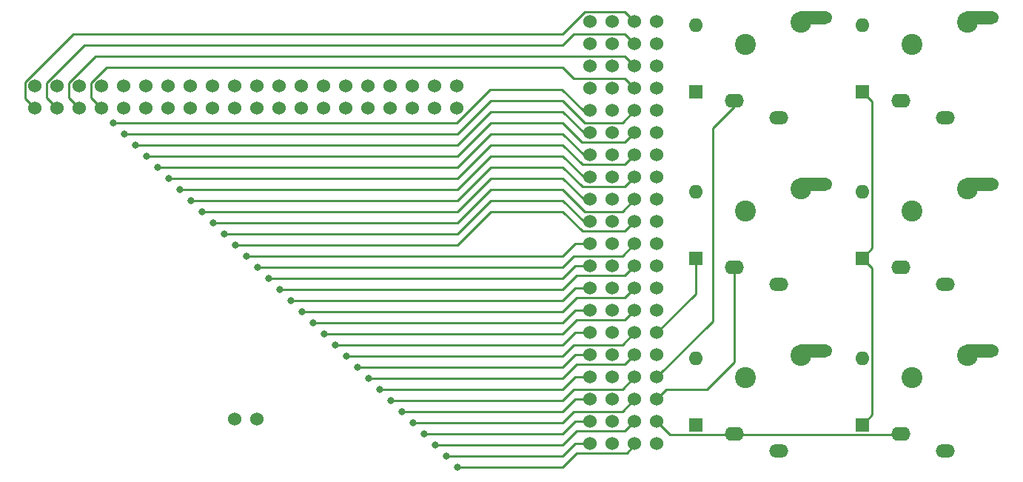
<source format=gbr>
%TF.GenerationSoftware,KiCad,Pcbnew,(7.0.0)*%
%TF.CreationDate,2023-02-28T08:24:30+09:00*%
%TF.ProjectId,wiokey,77696f6b-6579-42e6-9b69-6361645f7063,rev?*%
%TF.SameCoordinates,Original*%
%TF.FileFunction,Copper,L2,Bot*%
%TF.FilePolarity,Positive*%
%FSLAX46Y46*%
G04 Gerber Fmt 4.6, Leading zero omitted, Abs format (unit mm)*
G04 Created by KiCad (PCBNEW (7.0.0)) date 2023-02-28 08:24:30*
%MOMM*%
%LPD*%
G01*
G04 APERTURE LIST*
G04 Aperture macros list*
%AMHorizOval*
0 Thick line with rounded ends*
0 $1 width*
0 $2 $3 position (X,Y) of the first rounded end (center of the circle)*
0 $4 $5 position (X,Y) of the second rounded end (center of the circle)*
0 Add line between two ends*
20,1,$1,$2,$3,$4,$5,0*
0 Add two circle primitives to create the rounded ends*
1,1,$1,$2,$3*
1,1,$1,$4,$5*%
G04 Aperture macros list end*
%TA.AperFunction,ComponentPad*%
%ADD10C,1.524000*%
%TD*%
%TA.AperFunction,ComponentPad*%
%ADD11O,2.200000X1.600000*%
%TD*%
%TA.AperFunction,ComponentPad*%
%ADD12C,2.400000*%
%TD*%
%TA.AperFunction,ComponentPad*%
%ADD13O,2.200000X1.500000*%
%TD*%
%TA.AperFunction,ComponentPad*%
%ADD14HorizOval,1.500000X1.449945X0.012653X-1.449945X-0.012653X0*%
%TD*%
%TA.AperFunction,ComponentPad*%
%ADD15R,1.600000X1.600000*%
%TD*%
%TA.AperFunction,ComponentPad*%
%ADD16O,1.600000X1.600000*%
%TD*%
%TA.AperFunction,ViaPad*%
%ADD17C,0.800000*%
%TD*%
%TA.AperFunction,Conductor*%
%ADD18C,0.250000*%
%TD*%
G04 APERTURE END LIST*
D10*
%TO.P,U1,40,BCM21*%
%TO.N,WT-40*%
X170130000Y-70730000D03*
%TO.P,U1,39,GND*%
%TO.N,WT-39*%
X170130000Y-73270000D03*
%TO.P,U1,38,BCM20*%
%TO.N,WT-38*%
X167590000Y-70730000D03*
%TO.P,U1,37,BCM26*%
%TO.N,WT-37*%
X167590000Y-73270000D03*
%TO.P,U1,36,BCM16*%
%TO.N,WT-36*%
X165050000Y-70730000D03*
%TO.P,U1,35,BCM19*%
%TO.N,WT-35*%
X165050000Y-73270000D03*
%TO.P,U1,34,GND*%
%TO.N,WT-34*%
X162510000Y-70730000D03*
%TO.P,U1,33,BCM13*%
%TO.N,WT-33*%
X162510000Y-73270000D03*
%TO.P,U1,32,BCM12*%
%TO.N,WT-32*%
X159970000Y-70730000D03*
%TO.P,U1,31,BCM6*%
%TO.N,WT-31*%
X159970000Y-73270000D03*
%TO.P,U1,30,GND*%
%TO.N,WT-30*%
X157430000Y-70730000D03*
%TO.P,U1,29,BCM5*%
%TO.N,WT-29*%
X157430000Y-73270000D03*
%TO.P,U1,28,BCM1*%
%TO.N,WT-28*%
X154890000Y-70730000D03*
%TO.P,U1,27,BCM0*%
%TO.N,WT-27*%
X154890000Y-73270000D03*
%TO.P,U1,26,BCM7*%
%TO.N,WT-26*%
X152350000Y-70730000D03*
%TO.P,U1,25,GND*%
%TO.N,WT-25*%
X152350000Y-73270000D03*
%TO.P,U1,24,BCM8*%
%TO.N,WT-24*%
X149810000Y-70730000D03*
%TO.P,U1,23,BCM11*%
%TO.N,WT-23*%
X149810000Y-73270000D03*
%TO.P,U1,22,BCM25*%
%TO.N,WT-22*%
X147270000Y-70730000D03*
%TO.P,U1,21,BCM9*%
%TO.N,WT-21*%
X147270000Y-73270000D03*
%TO.P,U1,20,GND*%
%TO.N,WT-20*%
X144730000Y-70730000D03*
%TO.P,U1,19,BCM10*%
%TO.N,WT-19*%
X144730000Y-73270000D03*
%TO.P,U1,18,BCM24*%
%TO.N,WT-18*%
X142190000Y-70730000D03*
%TO.P,U1,17,3V3*%
%TO.N,WT-17*%
X142190000Y-73270000D03*
%TO.P,U1,16,BCM23*%
%TO.N,WT-16*%
X139650000Y-70730000D03*
%TO.P,U1,15,BCM22*%
%TO.N,WT-15*%
X139650000Y-73270000D03*
%TO.P,U1,14,GND*%
%TO.N,WT-14*%
X137110000Y-70730000D03*
%TO.P,U1,13,BCM27*%
%TO.N,WT-13*%
X137110000Y-73270000D03*
%TO.P,U1,12,BCM18*%
%TO.N,WT-12*%
X134570000Y-70730000D03*
%TO.P,U1,11,BCM17*%
%TO.N,WT-11*%
X134570000Y-73270000D03*
%TO.P,U1,10,BCM15*%
%TO.N,WT-10*%
X132030000Y-70730000D03*
%TO.P,U1,9,GND*%
%TO.N,WT-09*%
X132030000Y-73270000D03*
%TO.P,U1,8,BCM14*%
%TO.N,WT-08*%
X129490000Y-70730000D03*
%TO.P,U1,7,BCM4*%
%TO.N,WT-07*%
X129490000Y-73270000D03*
%TO.P,U1,6,GND*%
%TO.N,WT-06*%
X126950000Y-70730000D03*
%TO.P,U1,5,BCM3*%
%TO.N,WT-05*%
X126950000Y-73270000D03*
%TO.P,U1,4,5V*%
%TO.N,WT-04*%
X124410000Y-70730000D03*
%TO.P,U1,3,BCM2*%
%TO.N,WT-03*%
X124410000Y-73270000D03*
%TO.P,U1,2,5V*%
%TO.N,WT-02*%
X121870000Y-70730000D03*
%TO.P,U1,1,3V3*%
%TO.N,WT-01*%
X121870000Y-73270000D03*
%TO.P,U1,*%
%TO.N,*%
X147270000Y-108830000D03*
X144730000Y-108830000D03*
%TD*%
D11*
%TO.P,SW2,1,1*%
%TO.N,WT-35*%
X201849999Y-91449999D03*
D12*
X203140000Y-85010000D03*
D13*
%TO.P,SW2,2,2*%
%TO.N,Net-(D2-A)*%
X206949999Y-93449999D03*
D12*
X209490000Y-82470000D03*
D14*
X210850041Y-82009598D03*
%TD*%
D15*
%TO.P,D3,1,K*%
%TO.N,WT-29*%
X197424999Y-109457499D03*
D16*
%TO.P,D3,2,A*%
%TO.N,Net-(D3-A)*%
X197424999Y-101837499D03*
%TD*%
D15*
%TO.P,D5,1,K*%
%TO.N,WT-31*%
X216474999Y-90407499D03*
D16*
%TO.P,D5,2,A*%
%TO.N,Net-(D5-A)*%
X216474999Y-82787499D03*
%TD*%
D11*
%TO.P,SW1,1,1*%
%TO.N,WT-33*%
X201849999Y-72399999D03*
D12*
X203140000Y-65960000D03*
D13*
%TO.P,SW1,2,2*%
%TO.N,Net-(D1-A)*%
X206949999Y-74399999D03*
D12*
X209490000Y-63420000D03*
D14*
X210850041Y-62959598D03*
%TD*%
D10*
%TO.P,U2,1,3V3*%
%TO.N,WT-01*%
X190450000Y-63370000D03*
X192990000Y-63370000D03*
%TO.P,U2,2,5V*%
%TO.N,WT-02*%
X185370000Y-63370000D03*
X187910000Y-63370000D03*
%TO.P,U2,3,BCM2*%
%TO.N,WT-03*%
X190450000Y-65910000D03*
X192990000Y-65910000D03*
%TO.P,U2,4,5V*%
%TO.N,WT-04*%
X185370000Y-65910000D03*
X187910000Y-65910000D03*
%TO.P,U2,5,BCM3*%
%TO.N,WT-05*%
X190450000Y-68450000D03*
X192990000Y-68450000D03*
%TO.P,U2,6,GND*%
%TO.N,WT-06*%
X185370000Y-68450000D03*
X187910000Y-68450000D03*
%TO.P,U2,7,BCM4*%
%TO.N,WT-07*%
X190450000Y-70990000D03*
X192990000Y-70990000D03*
%TO.P,U2,8,BCM14*%
%TO.N,WT-08*%
X185370000Y-70990000D03*
X187910000Y-70990000D03*
%TO.P,U2,9,GND*%
%TO.N,WT-09*%
X190450000Y-73530000D03*
X192990000Y-73530000D03*
%TO.P,U2,10,BCM15*%
%TO.N,WT-10*%
X185370000Y-73530000D03*
X187910000Y-73530000D03*
%TO.P,U2,11,BCM17*%
%TO.N,WT-11*%
X190450000Y-76070000D03*
X192990000Y-76070000D03*
%TO.P,U2,12,BCM18*%
%TO.N,WT-12*%
X185370000Y-76070000D03*
X187910000Y-76070000D03*
%TO.P,U2,13,BCM27*%
%TO.N,WT-13*%
X190450000Y-78610000D03*
X192990000Y-78610000D03*
%TO.P,U2,14,GND*%
%TO.N,WT-14*%
X185370000Y-78610000D03*
X187910000Y-78610000D03*
%TO.P,U2,15,BCM22*%
%TO.N,WT-15*%
X190450000Y-81150000D03*
X192990000Y-81150000D03*
%TO.P,U2,16,BCM23*%
%TO.N,WT-16*%
X185370000Y-81150000D03*
X187910000Y-81150000D03*
%TO.P,U2,17,3V3*%
%TO.N,WT-17*%
X190450000Y-83690000D03*
X192990000Y-83690000D03*
%TO.P,U2,18,BCM24*%
%TO.N,WT-18*%
X185370000Y-83690000D03*
X187910000Y-83690000D03*
%TO.P,U2,19,BCM10*%
%TO.N,WT-19*%
X190450000Y-86230000D03*
X192990000Y-86230000D03*
%TO.P,U2,20,GND*%
%TO.N,WT-20*%
X185370000Y-86230000D03*
X187910000Y-86230000D03*
%TO.P,U2,21,BCM9*%
%TO.N,WT-21*%
X190450000Y-88770000D03*
X192990000Y-88770000D03*
%TO.P,U2,22,BCM25*%
%TO.N,WT-22*%
X185370000Y-88770000D03*
X187910000Y-88770000D03*
%TO.P,U2,23,BCM11*%
%TO.N,WT-23*%
X190450000Y-91310000D03*
X192990000Y-91310000D03*
%TO.P,U2,24,BCM8*%
%TO.N,WT-24*%
X185370000Y-91310000D03*
X187910000Y-91310000D03*
%TO.P,U2,25,GND*%
%TO.N,WT-25*%
X190450000Y-93850000D03*
X192990000Y-93850000D03*
%TO.P,U2,26,BCM7*%
%TO.N,WT-26*%
X185370000Y-93850000D03*
X187910000Y-93850000D03*
%TO.P,U2,27,BCM0*%
%TO.N,WT-27*%
X190450000Y-96390000D03*
X192990000Y-96390000D03*
%TO.P,U2,28,BCM1*%
%TO.N,WT-28*%
X185370000Y-96390000D03*
X187910000Y-96390000D03*
%TO.P,U2,29,BCM5*%
%TO.N,WT-29*%
X190450000Y-98930000D03*
X192990000Y-98930000D03*
%TO.P,U2,30,GND*%
%TO.N,WT-30*%
X185370000Y-98930000D03*
X187910000Y-98930000D03*
%TO.P,U2,31,BCM6*%
%TO.N,WT-31*%
X190450000Y-101470000D03*
X192990000Y-101470000D03*
%TO.P,U2,32,BCM12*%
%TO.N,WT-32*%
X185370000Y-101470000D03*
X187910000Y-101470000D03*
%TO.P,U2,33,BCM13*%
%TO.N,WT-33*%
X190450000Y-104010000D03*
X192990000Y-104010000D03*
%TO.P,U2,34,GND*%
%TO.N,WT-34*%
X185370000Y-104010000D03*
X187910000Y-104010000D03*
%TO.P,U2,35,BCM19*%
%TO.N,WT-35*%
X190450000Y-106550000D03*
X192990000Y-106550000D03*
%TO.P,U2,36,BCM16*%
%TO.N,WT-36*%
X185370000Y-106550000D03*
X187910000Y-106550000D03*
%TO.P,U2,37,BCM26*%
%TO.N,WT-37*%
X190450000Y-109090000D03*
X192990000Y-109090000D03*
%TO.P,U2,38,BCM20*%
%TO.N,WT-38*%
X185370000Y-109090000D03*
X187910000Y-109090000D03*
%TO.P,U2,39,GND*%
%TO.N,WT-39*%
X190450000Y-111630000D03*
X192990000Y-111630000D03*
%TO.P,U2,40,BCM21*%
%TO.N,WT-40*%
X185370000Y-111630000D03*
X187910000Y-111630000D03*
%TD*%
D15*
%TO.P,D1,1,K*%
%TO.N,WT-29*%
X197424999Y-71357499D03*
D16*
%TO.P,D1,2,A*%
%TO.N,Net-(D1-A)*%
X197424999Y-63737499D03*
%TD*%
D11*
%TO.P,SW6,1,1*%
%TO.N,WT-37*%
X220899999Y-110499999D03*
D12*
X222190000Y-104060000D03*
D13*
%TO.P,SW6,2,2*%
%TO.N,Net-(D6-A)*%
X225999999Y-112499999D03*
D12*
X228540000Y-101520000D03*
D14*
X229900041Y-101059598D03*
%TD*%
D15*
%TO.P,D4,1,K*%
%TO.N,WT-31*%
X216474999Y-71357499D03*
D16*
%TO.P,D4,2,A*%
%TO.N,Net-(D4-A)*%
X216474999Y-63737499D03*
%TD*%
D11*
%TO.P,SW5,1,1*%
%TO.N,WT-35*%
X220899999Y-91449999D03*
D12*
X222190000Y-85010000D03*
D13*
%TO.P,SW5,2,2*%
%TO.N,Net-(D5-A)*%
X225999999Y-93449999D03*
D12*
X228540000Y-82470000D03*
D14*
X229900041Y-82009598D03*
%TD*%
D15*
%TO.P,D6,1,K*%
%TO.N,WT-31*%
X216474999Y-109457499D03*
D16*
%TO.P,D6,2,A*%
%TO.N,Net-(D6-A)*%
X216474999Y-101837499D03*
%TD*%
D15*
%TO.P,D2,1,K*%
%TO.N,WT-29*%
X197424999Y-90407499D03*
D16*
%TO.P,D2,2,A*%
%TO.N,Net-(D2-A)*%
X197424999Y-82787499D03*
%TD*%
D11*
%TO.P,SW3,1,1*%
%TO.N,WT-37*%
X201849999Y-110499999D03*
D12*
X203140000Y-104060000D03*
D13*
%TO.P,SW3,2,2*%
%TO.N,Net-(D3-A)*%
X206949999Y-112499999D03*
D12*
X209490000Y-101520000D03*
D14*
X210850041Y-101059598D03*
%TD*%
D11*
%TO.P,SW4,1,1*%
%TO.N,WT-33*%
X220899999Y-72399999D03*
D12*
X222190000Y-65960000D03*
D13*
%TO.P,SW4,2,2*%
%TO.N,Net-(D4-A)*%
X225999999Y-74399999D03*
D12*
X228540000Y-63420000D03*
D14*
X229900041Y-62959598D03*
%TD*%
D17*
%TO.N,WT-09*%
X132080000Y-76200000D03*
%TO.N,WT-11*%
X134620000Y-78740000D03*
%TO.N,WT-13*%
X137160000Y-81280000D03*
%TO.N,WT-15*%
X139700000Y-83820000D03*
%TO.N,WT-17*%
X142240000Y-86360000D03*
%TO.N,WT-19*%
X144780000Y-88900000D03*
%TO.N,WT-21*%
X147320000Y-91440000D03*
%TO.N,WT-23*%
X149860000Y-93980000D03*
%TO.N,WT-25*%
X152400000Y-96520000D03*
%TO.N,WT-27*%
X154940000Y-99060000D03*
%TO.N,WT-29*%
X157480000Y-101600000D03*
%TO.N,WT-31*%
X160020000Y-104140000D03*
%TO.N,WT-33*%
X162560000Y-106680000D03*
%TO.N,WT-35*%
X165100000Y-109220000D03*
%TO.N,WT-37*%
X167640000Y-111760000D03*
%TO.N,WT-39*%
X170180000Y-114300000D03*
%TO.N,WT-10*%
X130810000Y-74930000D03*
%TO.N,WT-12*%
X133350000Y-77470000D03*
%TO.N,WT-14*%
X135890000Y-80010000D03*
%TO.N,WT-16*%
X138430000Y-82550000D03*
%TO.N,WT-18*%
X140970000Y-85090000D03*
%TO.N,WT-20*%
X143510000Y-87630000D03*
%TO.N,WT-22*%
X146050000Y-90170000D03*
%TO.N,WT-24*%
X148590000Y-92710000D03*
%TO.N,WT-26*%
X151130000Y-95250000D03*
%TO.N,WT-28*%
X153670000Y-97790000D03*
%TO.N,WT-30*%
X156210000Y-100330000D03*
%TO.N,WT-32*%
X158750000Y-102870000D03*
%TO.N,WT-34*%
X161290000Y-105410000D03*
%TO.N,WT-36*%
X163830000Y-107950000D03*
%TO.N,WT-38*%
X166370000Y-110490000D03*
%TO.N,WT-40*%
X168910000Y-113030000D03*
%TD*%
D18*
%TO.N,WT-01*%
X120783000Y-72183000D02*
X120783000Y-70279749D01*
X121870000Y-73270000D02*
X120783000Y-72183000D01*
X184732000Y-62283000D02*
X189363000Y-62283000D01*
X182245000Y-64770000D02*
X184732000Y-62283000D01*
X189363000Y-62283000D02*
X190450000Y-63370000D01*
X126292749Y-64770000D02*
X182245000Y-64770000D01*
X120783000Y-70279749D02*
X126292749Y-64770000D01*
%TO.N,WT-03*%
X182245000Y-66040000D02*
X183462000Y-64823000D01*
X183462000Y-64823000D02*
X189363000Y-64823000D01*
X123190000Y-72050000D02*
X123190000Y-70412749D01*
X124410000Y-73270000D02*
X123190000Y-72050000D01*
X123190000Y-70412749D02*
X127562749Y-66040000D01*
X189363000Y-64823000D02*
X190450000Y-65910000D01*
X127562749Y-66040000D02*
X182245000Y-66040000D01*
%TO.N,WT-05*%
X128779749Y-67363000D02*
X189363000Y-67363000D01*
X125730000Y-70412749D02*
X128779749Y-67363000D01*
X125730000Y-72050000D02*
X125730000Y-70412749D01*
X189363000Y-67363000D02*
X190450000Y-68450000D01*
X126950000Y-73270000D02*
X125730000Y-72050000D01*
%TO.N,WT-07*%
X128270000Y-72050000D02*
X128270000Y-70412749D01*
X129490000Y-73270000D02*
X128270000Y-72050000D01*
X182245000Y-68580000D02*
X183515000Y-69850000D01*
X130102749Y-68580000D02*
X182245000Y-68580000D01*
X183515000Y-69850000D02*
X189310000Y-69850000D01*
X189310000Y-69850000D02*
X190450000Y-70990000D01*
X128270000Y-70412749D02*
X130102749Y-68580000D01*
%TO.N,WT-09*%
X189050000Y-74930000D02*
X190450000Y-73530000D01*
X184738187Y-74930000D02*
X189050000Y-74930000D01*
X182198187Y-72390000D02*
X184738187Y-74930000D01*
X173990000Y-72390000D02*
X182198187Y-72390000D01*
X132080000Y-76200000D02*
X170180000Y-76200000D01*
X170180000Y-76200000D02*
X173990000Y-72390000D01*
%TO.N,WT-11*%
X182198187Y-74930000D02*
X184425187Y-77157000D01*
X134620000Y-78740000D02*
X170180000Y-78740000D01*
X170180000Y-78740000D02*
X173990000Y-74930000D01*
X173990000Y-74930000D02*
X182198187Y-74930000D01*
X184425187Y-77157000D02*
X189363000Y-77157000D01*
X189363000Y-77157000D02*
X190450000Y-76070000D01*
%TO.N,WT-13*%
X189363000Y-79697000D02*
X190450000Y-78610000D01*
X173990000Y-77470000D02*
X182245000Y-77470000D01*
X137160000Y-81280000D02*
X170180000Y-81280000D01*
X182245000Y-77470000D02*
X184472000Y-79697000D01*
X170180000Y-81280000D02*
X173990000Y-77470000D01*
X184472000Y-79697000D02*
X189363000Y-79697000D01*
%TO.N,WT-15*%
X184472000Y-82237000D02*
X189363000Y-82237000D01*
X182245000Y-80010000D02*
X184472000Y-82237000D01*
X170180000Y-83820000D02*
X173990000Y-80010000D01*
X139700000Y-83820000D02*
X170180000Y-83820000D01*
X189363000Y-82237000D02*
X190450000Y-81150000D01*
X173990000Y-80010000D02*
X182245000Y-80010000D01*
%TO.N,WT-17*%
X189050000Y-85090000D02*
X190450000Y-83690000D01*
X184785000Y-85090000D02*
X189050000Y-85090000D01*
X170180000Y-86360000D02*
X173990000Y-82550000D01*
X173990000Y-82550000D02*
X182245000Y-82550000D01*
X142240000Y-86360000D02*
X170180000Y-86360000D01*
X182245000Y-82550000D02*
X184785000Y-85090000D01*
%TO.N,WT-19*%
X189363000Y-87317000D02*
X190450000Y-86230000D01*
X144780000Y-88900000D02*
X170180000Y-88900000D01*
X182245000Y-85090000D02*
X184472000Y-87317000D01*
X173990000Y-85090000D02*
X182245000Y-85090000D01*
X170180000Y-88900000D02*
X173990000Y-85090000D01*
X184472000Y-87317000D02*
X189363000Y-87317000D01*
%TO.N,WT-21*%
X189050000Y-90170000D02*
X190450000Y-88770000D01*
X147320000Y-91440000D02*
X182245000Y-91440000D01*
X182245000Y-91440000D02*
X183515000Y-90170000D01*
X183515000Y-90170000D02*
X189050000Y-90170000D01*
%TO.N,WT-23*%
X149860000Y-93980000D02*
X182245000Y-93980000D01*
X182245000Y-93980000D02*
X183828000Y-92397000D01*
X189363000Y-92397000D02*
X190450000Y-91310000D01*
X183828000Y-92397000D02*
X189363000Y-92397000D01*
%TO.N,WT-25*%
X152400000Y-96520000D02*
X182245000Y-96520000D01*
X189363000Y-94937000D02*
X190450000Y-93850000D01*
X183828000Y-94937000D02*
X189363000Y-94937000D01*
X182245000Y-96520000D02*
X183828000Y-94937000D01*
%TO.N,WT-27*%
X182245000Y-99060000D02*
X183828000Y-97477000D01*
X183828000Y-97477000D02*
X189363000Y-97477000D01*
X189363000Y-97477000D02*
X190450000Y-96390000D01*
X154940000Y-99060000D02*
X182245000Y-99060000D01*
%TO.N,WT-29*%
X189050000Y-100330000D02*
X190450000Y-98930000D01*
X192990000Y-98930000D02*
X197425000Y-94495000D01*
X197425000Y-94495000D02*
X197425000Y-90407500D01*
X182245000Y-101600000D02*
X183515000Y-100330000D01*
X183515000Y-100330000D02*
X189050000Y-100330000D01*
X157480000Y-101600000D02*
X182245000Y-101600000D01*
%TO.N,WT-31*%
X160020000Y-104140000D02*
X182245000Y-104140000D01*
X216475000Y-71357500D02*
X217600000Y-72482500D01*
X217600000Y-89282500D02*
X216475000Y-90407500D01*
X216475000Y-90407500D02*
X217600000Y-91532500D01*
X217600000Y-108332500D02*
X216475000Y-109457500D01*
X189363000Y-102557000D02*
X190450000Y-101470000D01*
X183828000Y-102557000D02*
X189363000Y-102557000D01*
X217600000Y-72482500D02*
X217600000Y-89282500D01*
X182245000Y-104140000D02*
X183828000Y-102557000D01*
X217600000Y-91532500D02*
X217600000Y-108332500D01*
%TO.N,WT-33*%
X182245000Y-106680000D02*
X183515000Y-105410000D01*
X199390000Y-97610000D02*
X192990000Y-104010000D01*
X162560000Y-106680000D02*
X182245000Y-106680000D01*
X201850000Y-73105000D02*
X199390000Y-75565000D01*
X201850000Y-72400000D02*
X201850000Y-73105000D01*
X199390000Y-75565000D02*
X199390000Y-97610000D01*
X189050000Y-105410000D02*
X190450000Y-104010000D01*
X183515000Y-105410000D02*
X189050000Y-105410000D01*
%TO.N,WT-35*%
X198702000Y-105463000D02*
X194077000Y-105463000D01*
X182245000Y-109220000D02*
X183515000Y-107950000D01*
X194077000Y-105463000D02*
X192990000Y-106550000D01*
X201850000Y-102315000D02*
X198702000Y-105463000D01*
X165100000Y-109220000D02*
X182245000Y-109220000D01*
X183515000Y-107950000D02*
X189050000Y-107950000D01*
X189050000Y-107950000D02*
X190450000Y-106550000D01*
X201850000Y-91450000D02*
X201850000Y-102315000D01*
%TO.N,WT-37*%
X182245000Y-111760000D02*
X183828000Y-110177000D01*
X167640000Y-111760000D02*
X182245000Y-111760000D01*
X201850000Y-110500000D02*
X201767500Y-110582500D01*
X201932500Y-110582500D02*
X220817500Y-110582500D01*
X189363000Y-110177000D02*
X190450000Y-109090000D01*
X201767500Y-110582500D02*
X194482500Y-110582500D01*
X201850000Y-110500000D02*
X201932500Y-110582500D01*
X183828000Y-110177000D02*
X189363000Y-110177000D01*
X220817500Y-110582500D02*
X220900000Y-110500000D01*
X194482500Y-110582500D02*
X192990000Y-109090000D01*
%TO.N,WT-39*%
X189543000Y-112717000D02*
X190450000Y-111810000D01*
X190450000Y-111810000D02*
X190450000Y-111630000D01*
X170180000Y-114300000D02*
X182245000Y-114300000D01*
X183828000Y-112717000D02*
X189543000Y-112717000D01*
X182245000Y-114300000D02*
X183828000Y-112717000D01*
%TO.N,WT-10*%
X173903625Y-71120000D02*
X182175625Y-71120000D01*
X130810000Y-74930000D02*
X170093625Y-74930000D01*
X182175625Y-71120000D02*
X184585625Y-73530000D01*
X184585625Y-73530000D02*
X185370000Y-73530000D01*
X170093625Y-74930000D02*
X173903625Y-71120000D01*
%TO.N,WT-12*%
X170180000Y-77470000D02*
X173990000Y-73660000D01*
X133350000Y-77470000D02*
X170180000Y-77470000D01*
X173990000Y-73660000D02*
X182245000Y-73660000D01*
X182245000Y-73660000D02*
X184655000Y-76070000D01*
X184655000Y-76070000D02*
X185370000Y-76070000D01*
%TO.N,WT-14*%
X184655000Y-78610000D02*
X185370000Y-78610000D01*
X173990000Y-76200000D02*
X182245000Y-76200000D01*
X135890000Y-80010000D02*
X170180000Y-80010000D01*
X170180000Y-80010000D02*
X173990000Y-76200000D01*
X182245000Y-76200000D02*
X184655000Y-78610000D01*
%TO.N,WT-16*%
X184655000Y-81150000D02*
X185370000Y-81150000D01*
X170180000Y-82550000D02*
X173990000Y-78740000D01*
X182245000Y-78740000D02*
X184655000Y-81150000D01*
X138430000Y-82550000D02*
X170180000Y-82550000D01*
X173990000Y-78740000D02*
X182245000Y-78740000D01*
%TO.N,WT-18*%
X140970000Y-85090000D02*
X170180000Y-85090000D01*
X184655000Y-83690000D02*
X185370000Y-83690000D01*
X170180000Y-85090000D02*
X173990000Y-81280000D01*
X173990000Y-81280000D02*
X182245000Y-81280000D01*
X182245000Y-81280000D02*
X184655000Y-83690000D01*
%TO.N,WT-20*%
X182245698Y-83820000D02*
X184655698Y-86230000D01*
X170180000Y-87630000D02*
X173990000Y-83820000D01*
X173990000Y-83820000D02*
X182245698Y-83820000D01*
X143510000Y-87630000D02*
X170180000Y-87630000D01*
X184655698Y-86230000D02*
X185370000Y-86230000D01*
%TO.N,WT-22*%
X183645000Y-88770000D02*
X185370000Y-88770000D01*
X146050000Y-90170000D02*
X182245000Y-90170000D01*
X182245000Y-90170000D02*
X183645000Y-88770000D01*
%TO.N,WT-24*%
X148590000Y-92710000D02*
X182245000Y-92710000D01*
X182245000Y-92710000D02*
X183645000Y-91310000D01*
X183645000Y-91310000D02*
X185370000Y-91310000D01*
%TO.N,WT-26*%
X151130000Y-95250000D02*
X182244825Y-95250000D01*
X182244825Y-95250000D02*
X183644825Y-93850000D01*
X183644825Y-93850000D02*
X185370000Y-93850000D01*
%TO.N,WT-28*%
X183645000Y-96390000D02*
X185370000Y-96390000D01*
X153670000Y-97790000D02*
X182245000Y-97790000D01*
X182245000Y-97790000D02*
X183645000Y-96390000D01*
%TO.N,WT-30*%
X183645000Y-98930000D02*
X185370000Y-98930000D01*
X156210000Y-100330000D02*
X182245000Y-100330000D01*
X182245000Y-100330000D02*
X183645000Y-98930000D01*
%TO.N,WT-32*%
X158750000Y-102870000D02*
X182245000Y-102870000D01*
X183645000Y-101470000D02*
X185370000Y-101470000D01*
X182245000Y-102870000D02*
X183645000Y-101470000D01*
%TO.N,WT-34*%
X161290000Y-105410000D02*
X182245000Y-105410000D01*
X182245000Y-105410000D02*
X183645000Y-104010000D01*
X183645000Y-104010000D02*
X185370000Y-104010000D01*
%TO.N,WT-36*%
X182245000Y-107950000D02*
X183645000Y-106550000D01*
X163830000Y-107950000D02*
X182245000Y-107950000D01*
X183645000Y-106550000D02*
X185370000Y-106550000D01*
%TO.N,WT-38*%
X166370000Y-110490000D02*
X182245000Y-110490000D01*
X182245000Y-110490000D02*
X183645000Y-109090000D01*
X183645000Y-109090000D02*
X185370000Y-109090000D01*
%TO.N,WT-40*%
X182245000Y-113030000D02*
X183645000Y-111630000D01*
X183645000Y-111630000D02*
X185370000Y-111630000D01*
X168910000Y-113030000D02*
X182245000Y-113030000D01*
%TD*%
M02*

</source>
